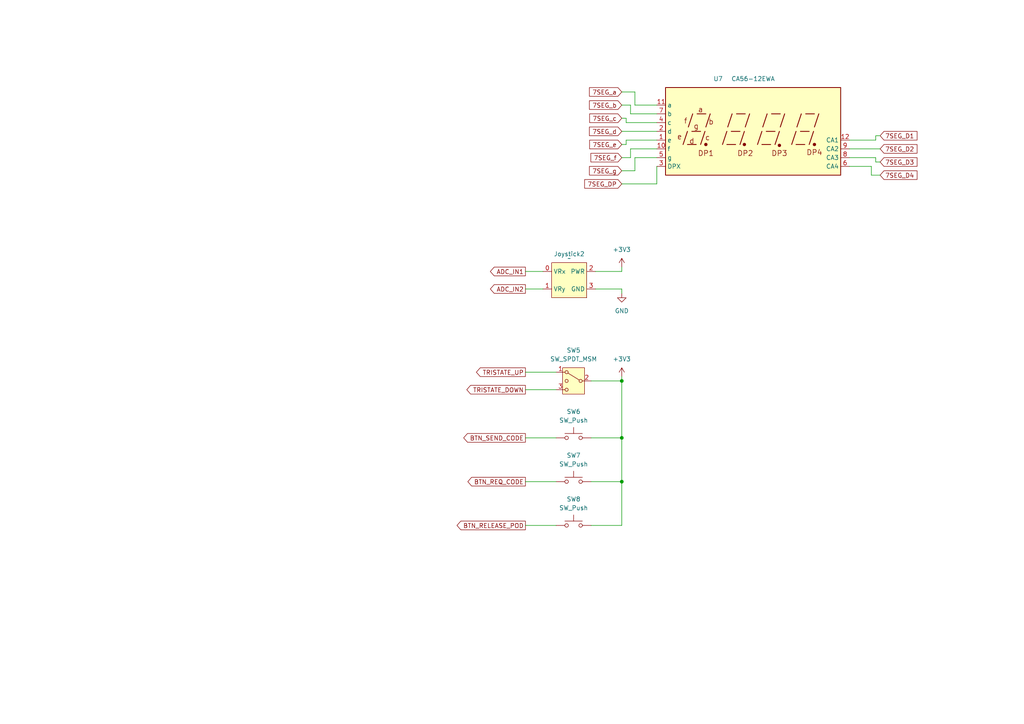
<source format=kicad_sch>
(kicad_sch (version 20231120) (generator "eeschema") (generator_version "8.0")
  (paper "A4")
  (title_block (title "Off-board Controller") (date "2024-07-20"))
  (lib_symbols
    (symbol "Display_Character:CA56-12EWA"
      (property "Reference" "U" (at -24.13 13.97 0))
      (property "Value" "CA56-12EWA" (at 19.05 13.97 0))
      (symbol "CA56-12EWA_0_0"
        (rectangle (start -25.4 12.7) (end 25.4 -12.7) (stroke (width 0.254)) (fill (type background)))
        (polyline (pts (xy -20.32 -3.81) (xy -19.05 0)) (stroke (width 0.254)))
        (polyline (pts (xy -19.05 -3.81) (xy -16.51 -3.81)) (stroke (width 0.254)))
        (polyline (pts (xy -18.796 1.27) (xy -17.526 5.08)) (stroke (width 0.254)))
        (polyline (pts (xy -17.78 0) (xy -15.24 0)) (stroke (width 0.254)))
        (polyline (pts (xy -16.256 5.08) (xy -13.716 5.08)) (stroke (width 0.254)))
        (polyline (pts (xy -15.24 -3.81) (xy -13.97 0)) (stroke (width 0.254)))
        (polyline (pts (xy -13.716 1.27) (xy -12.446 5.08)) (stroke (width 0.254)))
        (polyline (pts (xy -8.89 -3.81) (xy -7.62 0)) (stroke (width 0.254)))
        (polyline (pts (xy -7.62 -3.81) (xy -5.08 -3.81)) (stroke (width 0.254)))
        (polyline (pts (xy -7.366 1.27) (xy -6.096 5.08)) (stroke (width 0.254)))
        (polyline (pts (xy -6.35 0) (xy -3.81 0)) (stroke (width 0.254)))
        (polyline (pts (xy -4.826 5.08) (xy -2.286 5.08)) (stroke (width 0.254)))
        (polyline (pts (xy -3.81 -3.81) (xy -2.54 0)) (stroke (width 0.254)))
        (polyline (pts (xy -2.286 1.27) (xy -1.016 5.08)) (stroke (width 0.254)))
        (polyline (pts (xy 1.27 -3.81) (xy 2.54 0)) (stroke (width 0.254)))
        (polyline (pts (xy 2.54 -3.81) (xy 5.08 -3.81)) (stroke (width 0.254)))
        (polyline (pts (xy 2.794 1.27) (xy 4.064 5.08)) (stroke (width 0.254)))
        (polyline (pts (xy 3.81 0) (xy 6.35 0)) (stroke (width 0.254)))
        (polyline (pts (xy 5.334 5.08) (xy 7.874 5.08)) (stroke (width 0.254)))
        (polyline (pts (xy 6.35 -3.81) (xy 7.62 0)) (stroke (width 0.254)))
        (polyline (pts (xy 7.874 1.27) (xy 9.144 5.08)) (stroke (width 0.254)))
        (polyline (pts (xy 11.176 -3.81) (xy 12.446 0)) (stroke (width 0.254)))
        (polyline (pts (xy 12.446 -3.81) (xy 14.986 -3.81)) (stroke (width 0.254)))
        (polyline (pts (xy 12.7 1.27) (xy 13.97 5.08)) (stroke (width 0.254)))
        (polyline (pts (xy 13.716 0) (xy 16.256 0)) (stroke (width 0.254)))
        (polyline (pts (xy 15.24 5.08) (xy 17.78 5.08)) (stroke (width 0.254)))
        (polyline (pts (xy 16.256 -3.81) (xy 17.526 0)) (stroke (width 0.254)))
        (polyline (pts (xy 17.78 1.27) (xy 19.05 5.08)) (stroke (width 0.254)))
        (text "a" (at -15.24 6.35 0) (effects (font (size 1.524 1.524))))
        (text "b" (at -12.192 2.794 0) (effects (font (size 1.524 1.524))))
        (text "c" (at -13.208 -1.778 0) (effects (font (size 1.524 1.524))))
        (text "d" (at -17.78 -2.794 0) (effects (font (size 1.524 1.524))))
        (text "DP1" (at -13.716 -6.35 0) (effects (font (size 1.524 1.524))))
        (text "DP2" (at -2.286 -6.35 0) (effects (font (size 1.524 1.524))))
        (text "DP3" (at 7.62 -6.35 0) (effects (font (size 1.524 1.524))))
        (text "DP4" (at 17.78 -6.096 0) (effects (font (size 1.524 1.524))))
        (text "e" (at -21.336 -1.524 0) (effects (font (size 1.524 1.524))))
        (text "f" (at -19.558 3.048 0) (effects (font (size 1.524 1.524))))
        (text "g" (at -16.51 1.524 0) (effects (font (size 1.524 1.524))))
      )
      (symbol "CA56-12EWA_0_1"
        (circle (center -13.716 -3.81) (radius 0.3556) (stroke (width 0.254)) (fill (type outline)))
        (circle (center -2.54 -3.81) (radius 0.3556) (stroke (width 0.254)) (fill (type outline)))
      )
      (symbol "CA56-12EWA_1_0"
        (circle (center 7.62 -4.064) (radius 0.3556) (stroke (width 0.254)) (fill (type outline)))
        (circle (center 17.78 -3.81) (radius 0.3556) (stroke (width 0.254)) (fill (type outline)))
      )
      (symbol "CA56-12EWA_1_1"
        (pin input line (at -27.94 -2.54 0) (length 2.54) (name "e") (number "1"))
        (pin input line (at -27.94 -5.08 0) (length 2.54) (name "f") (number "10"))
        (pin input line (at -27.94 7.62 0) (length 2.54) (name "a") (number "11"))
        (pin input line (at 27.94 -2.54 180) (length 2.54) (name "CA1") (number "12"))
        (pin input line (at -27.94 0 0) (length 2.54) (name "d") (number "2"))
        (pin input line (at -27.94 -10.16 0) (length 2.54) (name "DPX") (number "3"))
        (pin input line (at -27.94 2.54 0) (length 2.54) (name "c") (number "4"))
        (pin input line (at -27.94 -7.62 0) (length 2.54) (name "g") (number "5"))
        (pin input line (at 27.94 -10.16 180) (length 2.54) (name "CA4") (number "6"))
        (pin input line (at -27.94 5.08 0) (length 2.54) (name "b") (number "7"))
        (pin input line (at 27.94 -7.62 180) (length 2.54) (name "CA3") (number "8"))
        (pin input line (at 27.94 -5.08 180) (length 2.54) (name "CA2") (number "9"))
      )
    )
    (symbol "New_Library:2DirJoystick" (exclude_from_sim yes) (in_bom no) (on_board no)
      (property "Reference" "Joystick" (at 0 7.62 0))
      (property "Value" "~" (at 0 6.35 0))
      (symbol "2DirJoystick_0_1"
        (rectangle (start -5.08 5.08) (end 5.08 -5.08) (fill (type background)))
      )
      (symbol "2DirJoystick_1_1"
        (pin output line (at -7.62 2.54 0) (length 2.54) (name "VRx") (number "0"))
        (pin output line (at -7.62 -2.54 0) (length 2.54) (name "VRy") (number "1"))
        (pin power_in line (at 7.62 2.54 180) (length 2.54) (name "PWR") (number "2"))
        (pin power_out line (at 7.62 -2.54 180) (length 2.54) (name "GND") (number "3"))
      )
    )
    (symbol "Switch:SW_Push" (pin_numbers hide) (pin_names (offset 1.016) hide)
      (property "Reference" "SW" (at 1.27 2.54 0))
      (property "Value" "SW_Push" (at 0 -1.524 0))
      (symbol "SW_Push_0_1"
        (circle (center -2.032 0) (radius 0.508))
        (polyline (pts (xy 0 1.27) (xy 0 3.048)))
        (polyline (pts (xy 2.54 1.27) (xy -2.54 1.27)))
        (circle (center 2.032 0) (radius 0.508))
        (pin passive line (at -5.08 0 0) (length 2.54) (name "1") (number "1"))
        (pin passive line (at 5.08 0 180) (length 2.54) (name "2") (number "2"))
      )
    )
    (symbol "Switch:SW_SPDT_MSM" (pin_names (offset 0) hide)
      (property "Reference" "SW" (at 0 5.08 0))
      (property "Value" "SW_SPDT_MSM" (at 0 -5.08 0))
      (symbol "SW_SPDT_MSM_0_1"
        (circle (center -2.032 0) (radius 0.4572))
        (polyline (pts (xy -1.651 0.254) (xy 1.651 2.286)))
        (circle (center 2.032 -2.54) (radius 0.4572))
        (circle (center 2.032 0) (radius 0.4572))
        (circle (center 2.032 2.54) (radius 0.4572))
      )
      (symbol "SW_SPDT_MSM_1_1"
        (rectangle (start -3.175 3.81) (end 3.175 -3.81) (fill (type background)))
        (pin passive line (at 5.08 2.54 180) (length 2.54) (name "1") (number "1"))
        (pin passive line (at -5.08 0 0) (length 2.54) (name "3") (number "2"))
        (pin passive line (at 5.08 -2.54 180) (length 2.54) (name "4") (number "3"))
      )
    )
    (symbol "power:+3V3" (power) (pin_numbers hide) (pin_names (offset 0) hide)
      (property "Value" "+3V3" (at 0 3.556 0))
      (symbol "+3V3_0_1"
        (polyline (pts (xy -0.762 1.27) (xy 0 2.54)))
        (polyline (pts (xy 0 0) (xy 0 2.54)))
        (polyline (pts (xy 0 2.54) (xy 0.762 1.27)))
      )
      (symbol "+3V3_1_1"
        (pin power_in line (at 0 0 90) (length 0) (name "~") (number "1"))
      )
    )
    (symbol "power:GND" (power) (pin_numbers hide) (pin_names (offset 0) hide)
      (property "Value" "GND" (at 0 -3.81 0))
      (symbol "GND_0_1"
        (polyline (pts (xy 0 0) (xy 0 -1.27) (xy 1.27 -1.27) (xy 0 -2.54) (xy -1.27 -1.27) (xy 0 -1.27)))
      )
      (symbol "GND_1_1"
        (pin power_in line (at 0 0 270) (length 0) (name "~") (number "1"))
      )
    )
  )
  (junction (at 180.34 127))
  (junction (at 180.34 139.7))
  (junction (at 180.34 110.49))
  (wire (pts (xy 190.5 43.18) (xy 182.88 43.18)))
  (wire (pts (xy 190.5 40.64) (xy 181.61 40.64)))
  (wire (pts (xy 180.34 139.7) (xy 180.34 127)))
  (wire (pts (xy 180.34 78.74) (xy 180.34 77.47)))
  (wire (pts (xy 172.72 83.82) (xy 180.34 83.82)))
  (wire (pts (xy 252.73 50.8) (xy 255.27 50.8)))
  (wire (pts (xy 172.72 78.74) (xy 180.34 78.74)))
  (wire (pts (xy 152.4 127) (xy 161.29 127)))
  (wire (pts (xy 190.5 35.56) (xy 181.61 35.56)))
  (wire (pts (xy 182.88 43.18) (xy 182.88 45.72)))
  (wire (pts (xy 246.38 40.64) (xy 254 40.64)))
  (wire (pts (xy 152.4 152.4) (xy 161.29 152.4)))
  (wire (pts (xy 246.38 48.26) (xy 252.73 48.26)))
  (wire (pts (xy 254 39.37) (xy 255.27 39.37)))
  (wire (pts (xy 180.34 83.82) (xy 180.34 85.09)))
  (wire (pts (xy 246.38 45.72) (xy 254 45.72)))
  (wire (pts (xy 152.4 113.03) (xy 161.29 113.03)))
  (wire (pts (xy 190.5 30.48) (xy 184.15 30.48)))
  (wire (pts (xy 152.4 83.82) (xy 157.48 83.82)))
  (wire (pts (xy 252.73 48.26) (xy 252.73 50.8)))
  (wire (pts (xy 190.5 45.72) (xy 184.15 45.72)))
  (wire (pts (xy 152.4 139.7) (xy 161.29 139.7)))
  (wire (pts (xy 152.4 78.74) (xy 157.48 78.74)))
  (wire (pts (xy 184.15 26.67) (xy 180.34 26.67)))
  (wire (pts (xy 181.61 35.56) (xy 181.61 34.29)))
  (wire (pts (xy 254 45.72) (xy 254 46.99)))
  (wire (pts (xy 180.34 152.4) (xy 180.34 139.7)))
  (wire (pts (xy 171.45 127) (xy 180.34 127)))
  (wire (pts (xy 184.15 45.72) (xy 184.15 49.53)))
  (wire (pts (xy 180.34 38.1) (xy 190.5 38.1)))
  (wire (pts (xy 171.45 110.49) (xy 180.34 110.49)))
  (wire (pts (xy 254 40.64) (xy 254 39.37)))
  (wire (pts (xy 184.15 49.53) (xy 180.34 49.53)))
  (wire (pts (xy 190.5 48.26) (xy 190.5 53.34)))
  (wire (pts (xy 190.5 53.34) (xy 180.34 53.34)))
  (wire (pts (xy 182.88 45.72) (xy 180.34 45.72)))
  (wire (pts (xy 171.45 139.7) (xy 180.34 139.7)))
  (wire (pts (xy 181.61 41.91) (xy 180.34 41.91)))
  (wire (pts (xy 180.34 110.49) (xy 180.34 109.22)))
  (wire (pts (xy 152.4 107.95) (xy 161.29 107.95)))
  (wire (pts (xy 181.61 40.64) (xy 181.61 41.91)))
  (wire (pts (xy 246.38 43.18) (xy 255.27 43.18)))
  (wire (pts (xy 171.45 152.4) (xy 180.34 152.4)))
  (wire (pts (xy 182.88 33.02) (xy 182.88 30.48)))
  (wire (pts (xy 254 46.99) (xy 255.27 46.99)))
  (wire (pts (xy 184.15 30.48) (xy 184.15 26.67)))
  (wire (pts (xy 180.34 127) (xy 180.34 110.49)))
  (wire (pts (xy 190.5 33.02) (xy 182.88 33.02)))
  (wire (pts (xy 181.61 34.29) (xy 180.34 34.29)))
  (wire (pts (xy 182.88 30.48) (xy 180.34 30.48)))
  (global_label "7SEG_D1" (shape input) (at 255.27 39.37 0) (property "Intersheetrefs" "${INTERSHEET_REFS}" (effects (hide yes))))
  (global_label "ADC_IN1" (shape output) (at 152.4 78.74 180) (property "Intersheetrefs" "${INTERSHEET_REFS}" (effects (hide yes))))
  (global_label "ADC_IN2" (shape output) (at 152.4 83.82 180) (property "Intersheetrefs" "${INTERSHEET_REFS}" (effects (hide yes))))
  (global_label "7SEG_D4" (shape input) (at 255.27 50.8 0) (property "Intersheetrefs" "${INTERSHEET_REFS}" (effects (hide yes))))
  (global_label "BTN_RELEASE_POD" (shape output) (at 152.4 152.4 180) (property "Intersheetrefs" "${INTERSHEET_REFS}" (effects (hide yes))))
  (global_label "7SEG_d" (shape input) (at 180.34 38.1 180) (property "Intersheetrefs" "${INTERSHEET_REFS}" (effects (hide yes))))
  (global_label "7SEG_b" (shape input) (at 180.34 30.48 180) (property "Intersheetrefs" "${INTERSHEET_REFS}" (effects (hide yes))))
  (global_label "7SEG_D2" (shape input) (at 255.27 43.18 0) (property "Intersheetrefs" "${INTERSHEET_REFS}" (effects (hide yes))))
  (global_label "7SEG_f" (shape input) (at 180.34 45.72 180) (property "Intersheetrefs" "${INTERSHEET_REFS}" (effects (hide yes))))
  (global_label "7SEG_a" (shape input) (at 180.34 26.67 180) (property "Intersheetrefs" "${INTERSHEET_REFS}" (effects (hide yes))))
  (global_label "TRISTATE_UP" (shape output) (at 152.4 107.95 180) (property "Intersheetrefs" "${INTERSHEET_REFS}" (effects (hide yes))))
  (global_label "7SEG_e" (shape input) (at 180.34 41.91 180) (property "Intersheetrefs" "${INTERSHEET_REFS}" (effects (hide yes))))
  (global_label "BTN_REQ_CODE" (shape output) (at 152.4 139.7 180) (property "Intersheetrefs" "${INTERSHEET_REFS}" (effects (hide yes))))
  (global_label "7SEG_g" (shape input) (at 180.34 49.53 180) (property "Intersheetrefs" "${INTERSHEET_REFS}" (effects (hide yes))))
  (global_label "TRISTATE_DOWN" (shape output) (at 152.4 113.03 180) (property "Intersheetrefs" "${INTERSHEET_REFS}" (effects (hide yes))))
  (global_label "7SEG_c" (shape input) (at 180.34 34.29 180) (property "Intersheetrefs" "${INTERSHEET_REFS}" (effects (hide yes))))
  (global_label "7SEG_D3" (shape input) (at 255.27 46.99 0) (property "Intersheetrefs" "${INTERSHEET_REFS}" (effects (hide yes))))
  (global_label "BTN_SEND_CODE" (shape output) (at 152.4 127 180) (property "Intersheetrefs" "${INTERSHEET_REFS}" (effects (hide yes))))
  (global_label "7SEG_DP" (shape input) (at 180.34 53.34 180) (property "Intersheetrefs" "${INTERSHEET_REFS}" (effects (hide yes))))
  (symbol (lib_id "Switch:SW_Push") (at 166.37 139.7 0) (unit 1)
    (property "Reference" "SW7" (at 166.37 132.08 0))
    (property "Value" "SW_Push" (at 166.37 134.62 0))
    (property "Description" "Push button switch, generic, two pins" (effects (hide yes)))
  )
  (symbol (lib_id "Display_Character:CA56-12EWA") (at 218.44 38.1 0) (unit 1)
    (property "Reference" "U7" (at 208.28 22.86 0))
    (property "Value" "CA56-12EWA" (at 218.44 22.86 0))
    (property "Footprint" "Display_7Segment:CA56-12EWA" (effects (hide yes)))
    (property "Datasheet" "http://www.kingbrightusa.com/images/catalog/SPEC/CA56-12EWA.pdf" (effects (hide yes)))
    (property "Description" "4 digit 7 segment high efficiency red LED, common anode" (effects (hide yes)))
  )
  (symbol (lib_id "power:GND") (at 180.34 85.09 0) (unit 1)
    (property "Reference" "#PWR04" (effects (hide yes)))
    (property "Value" "GND" (at 180.34 90.17 0))
    (property "Description" "Power symbol creates a global label with name \"GND\" , ground" (effects (hide yes)))
  )
  (symbol (lib_id "power:+3V3") (at 180.34 77.47 0) (unit 1)
    (property "Reference" "#PWR014" (effects (hide yes)))
    (property "Value" "+3V3" (at 180.34 72.39 0))
    (property "Description" "Power symbol creates a global label with name \"+3V3\"" (effects (hide yes)))
  )
  (symbol (lib_id "Switch:SW_Push") (at 166.37 152.4 0) (unit 1)
    (property "Reference" "SW8" (at 166.37 144.78 0))
    (property "Value" "SW_Push" (at 166.37 147.32 0))
    (property "Description" "Push button switch, generic, two pins" (effects (hide yes)))
  )
  (symbol (lib_id "Switch:SW_SPDT_MSM") (at 166.37 110.49 0) (mirror y) (unit 1)
    (property "Reference" "SW5" (at 166.37 101.6 0))
    (property "Value" "SW_SPDT_MSM" (at 166.37 104.14 0))
    (property "Description" "Switch, single pole double throw, center OFF position" (effects (hide yes)))
  )
  (symbol (lib_id "Switch:SW_Push") (at 166.37 127 0) (unit 1)
    (property "Reference" "SW6" (at 166.37 119.38 0))
    (property "Value" "SW_Push" (at 166.37 121.92 0))
    (property "Description" "Push button switch, generic, two pins" (effects (hide yes)))
  )
  (symbol (lib_id "power:+3V3") (at 180.34 109.22 0) (unit 1)
    (property "Reference" "#PWR015" (effects (hide yes)))
    (property "Value" "+3V3" (at 180.34 104.14 0))
    (property "Description" "Power symbol creates a global label with name \"+3V3\"" (effects (hide yes)))
  )
  (symbol (lib_id "New_Library:2DirJoystick") (at 165.1 81.28 0) (unit 1) (exclude_from_sim yes) (in_bom no) (on_board no)
    (property "Reference" "Joystick2" (at 165.1 73.66 0))
    (property "Value" "~" (at 165.1 74.93 0))
  )
)
</source>
